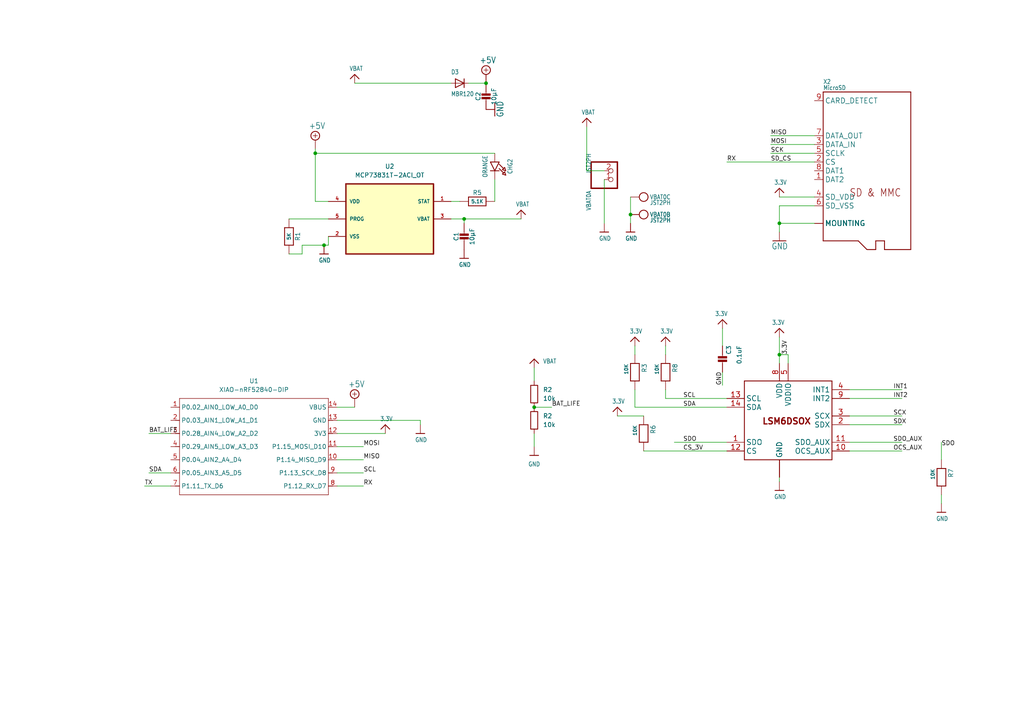
<source format=kicad_sch>
(kicad_sch (version 20250114) (generator "eeschema") (generator_version "9.0")
  (paper "A4")
  (lib_symbols
    (symbol "Adafruit LIPoly Charger BFF-eagle-import:+5V" (power)
      (symbol "+5V_1_0"
        (polyline (pts (xy -0.635 1.27) (xy 0.635 1.27)) (stroke (width 0.1524)))
        (circle (center 0 1.27) (radius 1.27) (stroke (width 0.254)))
        (polyline (pts (xy 0 0.635) (xy 0 1.905)) (stroke (width 0.1524)))
        (pin power_in line (at 0 -2.54 90) (length 2.54) (name "+5V") (number "1"))
      )
    )
    (symbol "Adafruit LIPoly Charger BFF-eagle-import:CAP_CERAMIC0805-NOOUTLINE"
      (property "Reference" "C" (at -2.29 1.25 90))
      (symbol "CAP_CERAMIC0805-NOOUTLINE_1_0"
        (rectangle (start -1.27 1.524) (end 1.27 2.032) (fill (type outline)))
        (rectangle (start -1.27 0.508) (end 1.27 1.016) (fill (type outline)))
        (polyline (pts (xy 0 2.54) (xy 0 1.778)) (stroke (width 0.1524)))
        (polyline (pts (xy 0 0.762) (xy 0 0)) (stroke (width 0.1524)))
        (pin passive line (at 0 5.08 270) (length 2.54) (name "1") (number "1"))
        (pin passive line (at 0 -2.54 90) (length 2.54) (name "2") (number "2"))
      )
    )
    (symbol "Adafruit LIPoly Charger BFF-eagle-import:DIODE_SOD-123FL"
      (property "Reference" "D" (at -2.54 2.54 0))
      (symbol "DIODE_SOD-123FL_1_0"
        (polyline (pts (xy -1.27 1.27) (xy -1.27 -1.27)) (stroke (width 0.254)))
        (polyline (pts (xy -1.27 -1.27) (xy 1.27 0)) (stroke (width 0.254)))
        (polyline (pts (xy 1.27 1.27) (xy 1.27 0)) (stroke (width 0.254)))
        (polyline (pts (xy 1.27 0) (xy -1.27 1.27)) (stroke (width 0.254)))
        (polyline (pts (xy 1.27 0) (xy 1.27 -1.27)) (stroke (width 0.254)))
        (pin passive line (at -2.54 0 0) (length 2.54) (name "A") (number "A"))
        (pin passive line (at 2.54 0 180) (length 2.54) (name "C") (number "C"))
      )
    )
    (symbol "Adafruit LIPoly Charger BFF-eagle-import:GND" (power)
      (symbol "GND_1_0"
        (polyline (pts (xy -1.27 0) (xy 1.27 0)) (stroke (width 0.254)))
        (pin power_in line (at 0 2.54 270) (length 2.54) (name "GND") (number "1"))
      )
    )
    (symbol "Adafruit LIPoly Charger BFF-eagle-import:LED0603_NOOUTLINE"
      (property "Reference" "D" (at -1.27 4.445 0))
      (symbol "LED0603_NOOUTLINE_1_0"
        (polyline (pts (xy -2.54 1.27) (xy -2.54 -1.27)) (stroke (width 0.254)))
        (polyline (pts (xy -2.54 -1.27) (xy 0 0)) (stroke (width 0.254)))
        (polyline (pts (xy -1.905 1.27) (xy -0.635 2.54)) (stroke (width 0.254)))
        (polyline (pts (xy -0.9525 2.8575) (xy -0.3175 2.2225)) (stroke (width 0.254)))
        (polyline (pts (xy -0.635 1.27) (xy 0.635 2.54)) (stroke (width 0.254)))
        (polyline (pts (xy -0.3175 2.2225) (xy 0 3.175)) (stroke (width 0.254)))
        (polyline (pts (xy 0 3.175) (xy -0.9525 2.8575)) (stroke (width 0.254)))
        (polyline (pts (xy 0 1.27) (xy 0 0)) (stroke (width 0.254)))
        (polyline (pts (xy 0 0) (xy -2.54 1.27)) (stroke (width 0.254)))
        (polyline (pts (xy 0 0) (xy 0 -1.27)) (stroke (width 0.254)))
        (polyline (pts (xy 0.3175 2.8575) (xy 0.9525 2.2225)) (stroke (width 0.254)))
        (polyline (pts (xy 0.9525 2.2225) (xy 1.27 3.175)) (stroke (width 0.254)))
        (polyline (pts (xy 1.27 3.175) (xy 0.3175 2.8575)) (stroke (width 0.254)))
        (pin passive line (at -5.08 0 0) (length 2.54) (name "A") (number "A"))
        (pin passive line (at 2.54 0 180) (length 2.54) (name "C") (number "C"))
      )
    )
    (symbol "Adafruit LIPoly Charger BFF-eagle-import:RESISTOR_0603_NOOUT"
      (property "Reference" "R" (at 0 2.54 0))
      (symbol "RESISTOR_0603_NOOUT_1_0"
        (polyline (pts (xy -2.54 1.27) (xy 2.54 1.27)) (stroke (width 0.254)))
        (polyline (pts (xy -2.54 -1.27) (xy -2.54 1.27)) (stroke (width 0.254)))
        (polyline (pts (xy 2.54 1.27) (xy 2.54 -1.27)) (stroke (width 0.254)))
        (polyline (pts (xy 2.54 -1.27) (xy -2.54 -1.27)) (stroke (width 0.254)))
        (pin passive line (at -5.08 0 0) (length 2.54) (name "1") (number "1"))
        (pin passive line (at 5.08 0 180) (length 2.54) (name "2") (number "2"))
      )
    )
    (symbol "Adafruit LIPoly Charger BFF-eagle-import:VBAT" (power)
      (symbol "VBAT_1_0"
        (polyline (pts (xy -1.27 -1.27) (xy 0 0)) (stroke (width 0.254)))
        (polyline (pts (xy 0 0) (xy 1.27 -1.27)) (stroke (width 0.254)))
        (pin power_in line (at 0 -2.54 90) (length 2.54) (name "VBAT") (number "1"))
      )
    )
    (symbol "Adafruit LIPoly Charger BFF-eagle-import:supply1_371_GND" (power)
      (symbol "supply1_371_GND_1_0"
        (polyline (pts (xy -1.905 0) (xy 1.905 0)) (stroke (width 0.254)))
        (pin power_in line (at 0 2.54 270) (length 2.54) (name "GND") (number "1"))
      )
    )
    (symbol "Adafruit bq25185 with 3.3V Output-eagle-import:CAP_CERAMIC0805-NOOUTLINE"
      (property "Reference" "C" (at -2.29 1.25 90))
      (symbol "CAP_CERAMIC0805-NOOUTLINE_1_0"
        (rectangle (start -1.27 1.524) (end 1.27 2.032) (fill (type outline)))
        (rectangle (start -1.27 0.508) (end 1.27 1.016) (fill (type outline)))
        (polyline (pts (xy 0 2.54) (xy 0 1.778)) (stroke (width 0.1524)))
        (polyline (pts (xy 0 0.762) (xy 0 0)) (stroke (width 0.1524)))
        (pin passive line (at 0 5.08 270) (length 2.54) (name "1") (number "1"))
        (pin passive line (at 0 -2.54 90) (length 2.54) (name "2") (number "2"))
      )
    )
    (symbol "Adafruit bq25185 with 3.3V Output-eagle-import:CON_JST_PH_2PIN_MT_BATT"
      (property "Reference" "X" (at 0 5.588 90))
      (symbol "CON_JST_PH_2PIN_MT_BATT_1_0"
        (polyline (pts (xy -6.35 5.08) (xy -6.35 -2.54)) (stroke (width 0.4064)))
        (polyline (pts (xy -6.35 -2.54) (xy 1.27 -2.54)) (stroke (width 0.4064)))
        (polyline (pts (xy 1.27 5.08) (xy -6.35 5.08)) (stroke (width 0.4064)))
        (polyline (pts (xy 1.27 -2.54) (xy 1.27 5.08)) (stroke (width 0.4064)))
        (pin passive inverted (at -2.54 2.54 0) (length 2.54) (name "1") (number "1"))
        (pin passive inverted (at -2.54 0 0) (length 2.54) (name "2") (number "2"))
      )
      (symbol "CON_JST_PH_2PIN_MT_BATT_2_0"
        (circle (center 0 3.81) (radius 1.27) (stroke (width 0.254)))
        (pin bidirectional line (at 0 0 90) (length 2.54) (name "P$1") (number "NC1"))
      )
      (symbol "CON_JST_PH_2PIN_MT_BATT_3_0"
        (circle (center 0 3.81) (radius 1.27) (stroke (width 0.254)))
        (pin bidirectional line (at 0 0 90) (length 2.54) (name "P$1") (number "NC2"))
      )
    )
    (symbol "Adafruit bq25185 with 3.3V Output-eagle-import:GND" (power)
      (symbol "GND_1_0"
        (polyline (pts (xy -1.27 0) (xy 1.27 0)) (stroke (width 0.254)))
        (pin power_in line (at 0 2.54 270) (length 2.54) (name "GND") (number "1"))
      )
    )
    (symbol "Adafruit bq25185 with 3.3V Output-eagle-import:RESISTOR_0402NO"
      (property "Reference" "R" (at 0 2.54 0))
      (symbol "RESISTOR_0402NO_1_0"
        (polyline (pts (xy -2.54 1.27) (xy 2.54 1.27)) (stroke (width 0.254)))
        (polyline (pts (xy -2.54 -1.27) (xy -2.54 1.27)) (stroke (width 0.254)))
        (polyline (pts (xy 2.54 1.27) (xy 2.54 -1.27)) (stroke (width 0.254)))
        (polyline (pts (xy 2.54 -1.27) (xy -2.54 -1.27)) (stroke (width 0.254)))
        (pin passive line (at -5.08 0 0) (length 2.54) (name "1") (number "1"))
        (pin passive line (at 5.08 0 180) (length 2.54) (name "2") (number "2"))
      )
    )
    (symbol "Adafruit bq25185 with 3.3V Output-eagle-import:VBAT" (power)
      (symbol "VBAT_1_0"
        (polyline (pts (xy -1.27 -1.27) (xy 0 0)) (stroke (width 0.254)))
        (polyline (pts (xy 0 0) (xy 1.27 -1.27)) (stroke (width 0.254)))
        (pin power_in line (at 0 -2.54 90) (length 2.54) (name "VBAT") (number "1"))
      )
    )
    (symbol "Adafruit microSD BFF-eagle-import:3.3V" (power)
      (symbol "3.3V_1_0"
        (polyline (pts (xy -1.27 -1.27) (xy 0 0)) (stroke (width 0.254)))
        (polyline (pts (xy 0 0) (xy 1.27 -1.27)) (stroke (width 0.254)))
        (pin power_in line (at 0 -2.54 90) (length 2.54) (name "3.3V") (number "1"))
      )
    )
    (symbol "Adafruit microSD BFF-eagle-import:GND" (power)
      (symbol "GND_1_0"
        (polyline (pts (xy -1.905 0) (xy 1.905 0)) (stroke (width 0.254)))
        (pin power_in line (at 0 2.54 270) (length 2.54) (name "GND") (number "1"))
      )
    )
    (symbol "Adafruit microSD BFF-eagle-import:MICROSD104031-0811"
      (property "Reference" "X" (at -12.7 22.606 0))
      (symbol "MICROSD104031-0811_1_0"
        (polyline (pts (xy -12.7 20.32) (xy -12.7 -22.86)) (stroke (width 0.254)))
        (polyline (pts (xy -12.7 -22.86) (xy -2.54 -22.86)) (stroke (width 0.254)))
        (polyline (pts (xy -2.54 -22.86) (xy 0 -25.4)) (stroke (width 0.254)))
        (polyline (pts (xy 0 -25.4) (xy 2.54 -25.4)) (stroke (width 0.254)))
        (polyline (pts (xy 2.54 -22.86) (xy 5.08 -22.86)) (stroke (width 0.254)))
        (polyline (pts (xy 2.54 -25.4) (xy 2.54 -22.86)) (stroke (width 0.254)))
        (polyline (pts (xy 5.08 -22.86) (xy 5.08 -25.4)) (stroke (width 0.254)))
        (polyline (pts (xy 5.08 -25.4) (xy 12.7 -25.4)) (stroke (width 0.254)))
        (polyline (pts (xy 12.7 20.32) (xy -12.7 20.32)) (stroke (width 0.254)))
        (polyline (pts (xy 12.7 -25.4) (xy 12.7 20.32)) (stroke (width 0.254)))
        (text "SD & MMC" (at -5.08 -10.16 0) (effects (font (size 2.1844 1.8567)) (justify left bottom)))
        (pin passive line (at -15.24 17.78 0) (length 2.54) (name "CARD_DETECT") (number "9"))
        (pin output line (at -15.24 7.62 0) (length 2.54) (name "DATA_OUT") (number "7"))
        (pin input line (at -15.24 5.08 0) (length 2.54) (name "DATA_IN") (number "3"))
        (pin input line (at -15.24 2.54 0) (length 2.54) (name "SCLK") (number "5"))
        (pin input line (at -15.24 0 0) (length 2.54) (name "CS") (number "2"))
        (pin bidirectional line (at -15.24 -2.54 0) (length 2.54) (name "DAT1") (number "8"))
        (pin bidirectional line (at -15.24 -5.08 0) (length 2.54) (name "DAT2") (number "1"))
        (pin power_in line (at -15.24 -10.16 0) (length 2.54) (name "SD_VDD") (number "4"))
        (pin power_in line (at -15.24 -12.7 0) (length 2.54) (name "SD_VSS") (number "6"))
        (pin passive line (at -15.24 -17.78 0) (length 2.54) (name "MOUNTING") (number "10"))
        (pin passive line (at -15.24 -17.78 0) (length 2.54) (name "MOUNTING") (number "G1"))
        (pin passive line (at -15.24 -17.78 0) (length 2.54) (name "MOUNTING") (number "G2"))
        (pin passive line (at -15.24 -17.78 0) (length 2.54) (name "MOUNTING") (number "G3"))
        (pin passive line (at -15.24 -17.78 0) (length 2.54) (name "MOUNTING") (number "G4"))
      )
    )
    (symbol "Adafruit_LSM6DSOX-eagle-import:3.3V" (power)
      (symbol "3.3V_1_0"
        (polyline (pts (xy -1.27 -1.27) (xy 0 0)) (stroke (width 0.254)))
        (polyline (pts (xy 0 0) (xy 1.27 -1.27)) (stroke (width 0.254)))
        (pin power_in line (at 0 -2.54 90) (length 2.54) (name "3.3V") (number "1"))
      )
    )
    (symbol "Adafruit_LSM6DSOX-eagle-import:GND" (power)
      (symbol "GND_1_0"
        (polyline (pts (xy -1.27 0) (xy 1.27 0)) (stroke (width 0.254)))
        (pin power_in line (at 0 2.54 270) (length 2.54) (name "GND") (number "1"))
      )
    )
    (symbol "Adafruit_LSM6DSOX-eagle-import:LSM6DSOX"
      (symbol "LSM6DSOX_1_0"
        (polyline (pts (xy -10.16 10.16) (xy 15.24 10.16)) (stroke (width 0.254)))
        (polyline (pts (xy -10.16 -12.7) (xy -10.16 10.16)) (stroke (width 0.254)))
        (polyline (pts (xy 15.24 10.16) (xy 15.24 -12.7)) (stroke (width 0.254)))
        (polyline (pts (xy 15.24 -12.7) (xy -10.16 -12.7)) (stroke (width 0.254)))
        (text "LSM6DSOX" (at -5.08 -2.54 0) (effects (font (size 1.778 1.778) (thickness 0.3556) (bold yes)) (justify left bottom)))
        (pin bidirectional line (at -15.24 5.08 0) (length 5.08) (name "SCL") (number "13"))
        (pin bidirectional line (at -15.24 2.54 0) (length 5.08) (name "SDA") (number "14"))
        (pin bidirectional line (at -15.24 -7.62 0) (length 5.08) (name "SDO") (number "1"))
        (pin bidirectional line (at -15.24 -10.16 0) (length 5.08) (name "CS") (number "12"))
        (pin power_in line (at 0 15.24 270) (length 5.08) (name "VDD") (number "8"))
        (pin power_in line (at 0 -17.78 90) (length 5.08) (name "GND") (number "6"))
        (pin power_in line (at 0 -17.78 90) (length 5.08) (name "GND") (number "7"))
        (pin power_in line (at 2.54 15.24 270) (length 5.08) (name "VDDIO") (number "5"))
        (pin bidirectional line (at 20.32 7.62 180) (length 5.08) (name "INT1") (number "4"))
        (pin bidirectional line (at 20.32 5.08 180) (length 5.08) (name "INT2") (number "9"))
        (pin bidirectional line (at 20.32 0 180) (length 5.08) (name "SCX") (number "3"))
        (pin bidirectional line (at 20.32 -2.54 180) (length 5.08) (name "SDX") (number "2"))
        (pin bidirectional line (at 20.32 -7.62 180) (length 5.08) (name "SDO_AUX") (number "11"))
        (pin bidirectional line (at 20.32 -10.16 180) (length 5.08) (name "OCS_AUX") (number "10"))
      )
    )
    (symbol "Device:R" (pin_numbers (hide yes)) (pin_names (offset 0))
      (property "Reference" "R" (at 2.032 0 90))
      (property "Value" "R" (at 0 0 90))
      (symbol "R_0_1"
        (rectangle (start -1.016 -2.54) (end 1.016 2.54) (stroke (width 0.254)))
      )
      (symbol "R_1_1"
        (pin passive line (at 0 3.81 270) (length 1.27) (name "~") (number "1"))
        (pin passive line (at 0 -3.81 90) (length 1.27) (name "~") (number "2"))
      )
    )
    (symbol "MCP73831T-2ACI_OT:MCP73831T-2ACI_OT" (pin_names (offset 1.016))
      (property "Reference" "U" (at -4.1227 10.0778 0))
      (property "Value" "MCP73831T-2ACI_OT" (at -5.9526 -17.1963 0))
      (symbol "MCP73831T-2ACI_OT_0_0"
        (rectangle (start -12.7 -12.7) (end 12.7 7.62) (stroke (width 0.4064)) (fill (type background)))
        (pin power_in line (at -17.78 2.54 0) (length 5.08) (name "VDD") (number "4"))
        (pin input line (at -17.78 -2.54 0) (length 5.08) (name "PROG") (number "5"))
        (pin power_in line (at -17.78 -7.62 0) (length 5.08) (name "VSS") (number "2"))
        (pin output line (at 17.78 2.54 180) (length 5.08) (name "STAT") (number "1"))
        (pin output line (at 17.78 -2.54 180) (length 5.08) (name "VBAT") (number "3"))
      )
    )
    (symbol "Seeed_Studio_XIAO_Series:XIAO-nRF52840-DIP"
      (property "Reference" "U" (at -3.048 1.778 0))
      (property "Value" "XIAO-nRF52840-DIP" (at 3.048 -0.254 0))
      (symbol "XIAO-nRF52840-DIP_1_0"
        (polyline (pts (xy -3.81 -1.27) (xy 39.37 -1.27)) (stroke (width 0.1524)))
        (polyline (pts (xy -3.81 -3.81) (xy -5.08 -3.81)) (stroke (width 0.1524)))
        (polyline (pts (xy -3.81 -3.81) (xy -3.81 -1.27)) (stroke (width 0.1524)))
        (polyline (pts (xy -3.81 -7.62) (xy -5.08 -7.62)) (stroke (width 0.1524)))
        (polyline (pts (xy -3.81 -7.62) (xy -3.81 -3.81)) (stroke (width 0.1524)))
        (polyline (pts (xy -3.81 -11.43) (xy -5.08 -11.43)) (stroke (width 0.1524)))
        (polyline (pts (xy -3.81 -11.43) (xy -3.81 -7.62)) (stroke (width 0.1524)))
        (polyline (pts (xy -3.81 -15.24) (xy -5.08 -15.24)) (stroke (width 0.1524)))
        (polyline (pts (xy -3.81 -15.24) (xy -3.81 -11.43)) (stroke (width 0.1524)))
        (polyline (pts (xy -3.81 -19.05) (xy -5.08 -19.05)) (stroke (width 0.1524)))
        (polyline (pts (xy -3.81 -22.86) (xy -5.08 -22.86)) (stroke (width 0.1524)))
        (polyline (pts (xy -3.81 -26.67) (xy -5.08 -26.67)) (stroke (width 0.1524)))
        (polyline (pts (xy -3.81 -29.21) (xy -3.81 -15.24)) (stroke (width 0.1524)))
        (polyline (pts (xy 39.37 -1.27) (xy 39.37 -3.81)) (stroke (width 0.1524)))
        (polyline (pts (xy 39.37 -3.81) (xy 39.37 -7.62)) (stroke (width 0.1524)))
        (polyline (pts (xy 39.37 -7.62) (xy 39.37 -11.43)) (stroke (width 0.1524)))
        (polyline (pts (xy 39.37 -11.43) (xy 39.37 -29.21)) (stroke (width 0.1524)))
        (polyline (pts (xy 39.37 -29.21) (xy -3.81 -29.21)) (stroke (width 0.1524)))
        (polyline (pts (xy 40.64 -3.81) (xy 39.37 -3.81)) (stroke (width 0.1524)))
        (polyline (pts (xy 40.64 -7.62) (xy 39.37 -7.62)) (stroke (width 0.1524)))
        (polyline (pts (xy 40.64 -11.43) (xy 39.37 -11.43)) (stroke (width 0.1524)))
        (polyline (pts (xy 40.64 -15.24) (xy 39.37 -15.24)) (stroke (width 0.1524)))
        (polyline (pts (xy 40.64 -19.05) (xy 39.37 -19.05)) (stroke (width 0.1524)))
        (polyline (pts (xy 40.64 -22.86) (xy 39.37 -22.86)) (stroke (width 0.1524)))
        (polyline (pts (xy 40.64 -26.67) (xy 39.37 -26.67)) (stroke (width 0.1524)))
        (pin passive line (at -6.35 -3.81 0) (length 2.54) (name "P0.02_AIN0_LOW_A0_D0") (number "1"))
        (pin passive line (at -6.35 -7.62 0) (length 2.54) (name "P0.03_AIN1_LOW_A1_D1") (number "2"))
        (pin passive line (at -6.35 -11.43 0) (length 2.54) (name "P0.28_AIN4_LOW_A2_D2") (number "3"))
        (pin passive line (at -6.35 -15.24 0) (length 2.54) (name "P0.29_AIN5_LOW_A3_D3") (number "4"))
        (pin passive line (at -6.35 -19.05 0) (length 2.54) (name "P0.04_AIN2_A4_D4") (number "5"))
        (pin passive line (at -6.35 -22.86 0) (length 2.54) (name "P0.05_AIN3_A5_D5") (number "6"))
        (pin passive line (at -6.35 -26.67 0) (length 2.54) (name "P1.11_TX_D6") (number "7"))
        (pin passive line (at 41.91 -3.81 180) (length 2.54) (name "VBUS") (number "14"))
        (pin passive line (at 41.91 -7.62 180) (length 2.54) (name "GND") (number "13"))
        (pin passive line (at 41.91 -11.43 180) (length 2.54) (name "3V3") (number "12"))
        (pin passive line (at 41.91 -15.24 180) (length 2.54) (name "P1.15_MOSI_D10") (number "11"))
        (pin passive line (at 41.91 -19.05 180) (length 2.54) (name "P1.14_MISO_D9") (number "10"))
        (pin passive line (at 41.91 -22.86 180) (length 2.54) (name "P1.13_SCK_D8") (number "9"))
        (pin passive line (at 41.91 -26.67 180) (length 2.54) (name "P1.12_RX_D7") (number "8"))
      )
    )
    (symbol "Xiaopinoutplus-eagle-import:3.3V" (power)
      (symbol "3.3V_1_0"
        (polyline (pts (xy -1.27 -1.27) (xy 0 0)) (stroke (width 0.254)))
        (polyline (pts (xy 0 0) (xy 1.27 -1.27)) (stroke (width 0.254)))
        (pin power_in line (at 0 -2.54 90) (length 2.54) (name "3.3V") (number "1"))
      )
    )
    (symbol "Xiaopinoutplus-eagle-import:GND" (power)
      (symbol "GND_1_0"
        (polyline (pts (xy -1.27 0) (xy 1.27 0)) (stroke (width 0.254)))
        (pin power_in line (at 0 2.54 270) (length 2.54) (name "GND") (number "1"))
      )
    )
    (symbol "Xiaopinoutplus-eagle-import:VBAT" (power)
      (symbol "VBAT_1_0"
        (polyline (pts (xy -1.27 -1.27) (xy 0 0)) (stroke (width 0.254)))
        (polyline (pts (xy 0 0) (xy 1.27 -1.27)) (stroke (width 0.254)))
        (pin power_in line (at 0 -2.54 90) (length 2.54) (name "VBAT") (number "1"))
      )
    )
  )
  (junction (at 154.94 118.11))
  (junction (at 182.88 62.23))
  (junction (at 226.06 102.87))
  (junction (at 93.98 71.12))
  (junction (at 226.06 64.77))
  (junction (at 134.62 63.5))
  (junction (at 140.97 24.13))
  (junction (at 91.44 44.45))
  (wire (pts (xy 91.44 44.45) (xy 91.44 58.42)))
  (wire (pts (xy 193.04 115.57) (xy 210.82 115.57)) (stroke (width 0.1524)))
  (wire (pts (xy 154.94 125.73) (xy 154.94 129.54)))
  (wire (pts (xy 41.91 140.97) (xy 49.53 140.97)))
  (wire (pts (xy 226.06 59.69) (xy 226.06 64.77)) (stroke (width 0.1524)))
  (wire (pts (xy 273.05 128.27) (xy 273.05 133.35)) (stroke (width 0.1524)))
  (wire (pts (xy 97.79 129.54) (xy 105.41 129.54)))
  (wire (pts (xy 175.26 49.53) (xy 170.18 49.53)) (stroke (width 0.1524)))
  (wire (pts (xy 43.18 125.73) (xy 49.53 125.73)))
  (wire (pts (xy 246.38 113.03) (xy 261.62 113.03)) (stroke (width 0.1524)))
  (wire (pts (xy 209.55 95.25) (xy 209.55 100.33)) (stroke (width 0.1524)))
  (wire (pts (xy 246.38 115.57) (xy 261.62 115.57)) (stroke (width 0.1524)))
  (wire (pts (xy 97.79 137.16) (xy 105.41 137.16)))
  (wire (pts (xy 193.04 100.33) (xy 193.04 102.87)))
  (wire (pts (xy 236.22 57.15) (xy 226.06 57.15)) (stroke (width 0.1524)))
  (wire (pts (xy 95.25 63.5) (xy 83.82 63.5)))
  (wire (pts (xy 223.52 41.91) (xy 236.22 41.91)) (stroke (width 0.1524)))
  (wire (pts (xy 135.89 24.13) (xy 140.97 24.13)) (stroke (width 0.1524)))
  (wire (pts (xy 134.62 63.5) (xy 134.62 64.77)))
  (wire (pts (xy 193.04 115.57) (xy 193.04 113.03)) (stroke (width 0.1524)))
  (wire (pts (xy 43.18 137.16) (xy 49.53 137.16)))
  (wire (pts (xy 93.98 71.12) (xy 95.25 71.12)))
  (wire (pts (xy 246.38 130.81) (xy 261.62 130.81)) (stroke (width 0.1524)))
  (wire (pts (xy 226.06 64.77) (xy 226.06 67.31)) (stroke (width 0.1524)))
  (wire (pts (xy 226.06 64.77) (xy 236.22 64.77)) (stroke (width 0.1524)))
  (wire (pts (xy 143.51 44.45) (xy 91.44 44.45)))
  (wire (pts (xy 97.79 125.73) (xy 111.76 125.73)))
  (wire (pts (xy 273.05 146.05) (xy 273.05 143.51)) (stroke (width 0.1524)))
  (wire (pts (xy 226.06 102.87) (xy 226.06 97.79)) (stroke (width 0.1524)))
  (wire (pts (xy 97.79 140.97) (xy 105.41 140.97)))
  (wire (pts (xy 87.63 73.66) (xy 87.63 71.12)))
  (wire (pts (xy 91.44 43.18) (xy 91.44 44.45)))
  (wire (pts (xy 154.94 106.68) (xy 154.94 110.49)))
  (wire (pts (xy 182.88 62.23) (xy 182.88 64.77)) (stroke (width 0.1524)))
  (wire (pts (xy 236.22 59.69) (xy 226.06 59.69)) (stroke (width 0.1524)))
  (wire (pts (xy 121.92 121.92) (xy 121.92 123.19)))
  (wire (pts (xy 102.87 24.13) (xy 130.81 24.13)) (stroke (width 0.1524)))
  (wire (pts (xy 226.06 138.43) (xy 226.06 139.7)))
  (wire (pts (xy 226.06 105.41) (xy 226.06 102.87)) (stroke (width 0.1524)))
  (wire (pts (xy 182.88 57.15) (xy 182.88 62.23)) (stroke (width 0.1524)))
  (wire (pts (xy 210.82 128.27) (xy 195.58 128.27)) (stroke (width 0.1524)))
  (wire (pts (xy 228.6 105.41) (xy 228.6 102.87)) (stroke (width 0.1524)))
  (wire (pts (xy 236.22 39.37) (xy 223.52 39.37)) (stroke (width 0.1524)))
  (wire (pts (xy 130.81 63.5) (xy 134.62 63.5)))
  (wire (pts (xy 154.94 118.11) (xy 160.02 118.11)))
  (wire (pts (xy 246.38 120.65) (xy 261.62 120.65)) (stroke (width 0.1524)))
  (wire (pts (xy 95.25 58.42) (xy 91.44 58.42)))
  (wire (pts (xy 134.62 63.5) (xy 151.13 63.5)))
  (wire (pts (xy 130.81 58.42) (xy 133.35 58.42)))
  (wire (pts (xy 95.25 68.58) (xy 95.25 71.12)))
  (wire (pts (xy 175.26 52.07) (xy 175.26 64.77)) (stroke (width 0.1524)))
  (wire (pts (xy 97.79 121.92) (xy 121.92 121.92)))
  (wire (pts (xy 186.69 130.81) (xy 210.82 130.81)) (stroke (width 0.1524)))
  (wire (pts (xy 143.51 58.42) (xy 143.51 52.07)))
  (wire (pts (xy 210.82 46.99) (xy 236.22 46.99)) (stroke (width 0.1524)))
  (wire (pts (xy 179.07 120.65) (xy 186.69 120.65)))
  (wire (pts (xy 228.6 102.87) (xy 226.06 102.87)) (stroke (width 0.1524)))
  (wire (pts (xy 83.82 73.66) (xy 87.63 73.66)))
  (wire (pts (xy 97.79 133.35) (xy 105.41 133.35)))
  (wire (pts (xy 184.15 118.11) (xy 184.15 113.03)) (stroke (width 0.1524)))
  (wire (pts (xy 184.15 118.11) (xy 210.82 118.11)) (stroke (width 0.1524)))
  (wire (pts (xy 97.79 118.11) (xy 102.87 118.11)))
  (wire (pts (xy 184.15 100.33) (xy 184.15 102.87)))
  (wire (pts (xy 87.63 71.12) (xy 93.98 71.12)))
  (wire (pts (xy 246.38 123.19) (xy 261.62 123.19)) (stroke (width 0.1524)))
  (wire (pts (xy 236.22 44.45) (xy 223.52 44.45)) (stroke (width 0.1524)))
  (wire (pts (xy 246.38 128.27) (xy 261.62 128.27)) (stroke (width 0.1524)))
  (wire (pts (xy 209.55 107.95) (xy 209.55 111.76)))
  (wire (pts (xy 170.18 49.53) (xy 170.18 36.83)) (stroke (width 0.1524)))
  (label "SDA" (at 43.18 137.16 0))
  (label "BAT_LIFE" (at 43.18 125.73 0))
  (label "RX" (at 105.41 140.97 0))
  (label "3.3V" (at 228.6 102.87 90) (effects (font (size 1.2446 1.2446))))
  (label "SD_CS" (at 223.52 46.99 0) (effects (font (size 1.2446 1.2446))))
  (label "SCL" (at 198.12 115.57 0) (effects (font (size 1.2446 1.2446))))
  (label "TX" (at 41.91 140.97 0))
  (label "SCK" (at 223.52 44.45 0) (effects (font (size 1.2446 1.2446))))
  (label "SDO" (at 198.12 128.27 0) (effects (font (size 1.2446 1.2446))))
  (label "SDA" (at 198.12 118.11 0) (effects (font (size 1.2446 1.2446))))
  (label "MISO" (at 223.52 39.37 0) (effects (font (size 1.2446 1.2446))))
  (label "MOSI" (at 105.41 129.54 0))
  (label "OCS_AUX" (at 259.08 130.81 0) (effects (font (size 1.2446 1.2446))))
  (label "GND" (at 209.55 111.76 90) (effects (font (size 1.2446 1.2446))))
  (label "SDO_AUX" (at 259.08 128.27 0) (effects (font (size 1.2446 1.2446))))
  (label "BAT_LIFE" (at 160.02 118.11 0))
  (label "INT1" (at 259.08 113.03 0) (effects (font (size 1.2446 1.2446))))
  (label "RX" (at 210.82 46.99 0))
  (label "SCL" (at 105.41 137.16 0))
  (label "MOSI" (at 223.52 41.91 0) (effects (font (size 1.2446 1.2446))))
  (label "SDO" (at 273.05 129.54 0) (effects (font (size 1.2446 1.2446))))
  (label "MISO" (at 105.41 133.35 0))
  (label "SDX" (at 259.08 123.19 0) (effects (font (size 1.2446 1.2446))))
  (label "CS_3V" (at 198.12 130.81 0) (effects (font (size 1.2446 1.2446))))
  (label "INT2" (at 259.08 115.57 0) (effects (font (size 1.2446 1.2446))))
  (label "SCX" (at 259.08 120.65 0) (effects (font (size 1.2446 1.2446))))
  (symbol (lib_id "Adafruit_LSM6DSOX-eagle-import:LSM6DSOX") (at 226.06 120.65 0) (unit 1)
    (property "Reference" "U$2" (effects (hide yes)))
    (property "Value" "LSM6DSOX" (effects (hide yes)))
    (property "Footprint" "Adafruit bq25185 with 3.3V Output:LGA-14L" (effects (hide yes)))
  )
  (symbol (lib_id "Adafruit LIPoly Charger BFF-eagle-import:VBAT") (at 151.13 60.96 0) (unit 1)
    (property "Reference" "#U$05" (effects (hide yes)))
    (property "Value" "VBAT" (at 149.606 59.944 0) (effects (font (size 1.27 1.0795)) (justify left bottom)))
  )
  (symbol (lib_id "Adafruit LIPoly Charger BFF-eagle-import:GND") (at 226.06 142.24 0) (unit 1)
    (property "Reference" "#U$08" (effects (hide yes)))
    (property "Value" "GND" (at 224.536 144.78 0) (effects (font (size 1.27 1.0795)) (justify left bottom)))
  )
  (symbol (lib_id "Adafruit LIPoly Charger BFF-eagle-import:RESISTOR_0603_NOOUT") (at 83.82 68.58 270) (unit 1)
    (property "Reference" "R1" (at 86.36 68.58 0))
    (property "Value" "5K" (at 83.82 68.58 0) (effects (font (size 1.016 1.016) (thickness 0.2032) (bold yes))))
    (property "Footprint" "Adafruit bq25185 with 3.3V Output:0603-NO" (effects (hide yes)))
  )
  (symbol (lib_id "Adafruit microSD BFF-eagle-import:3.3V") (at 226.06 54.61 0) (unit 1)
    (property "Reference" "#U$1" (effects (hide yes)))
    (property "Value" "3.3V" (at 224.536 53.594 0) (effects (font (size 1.27 1.0795)) (justify left bottom)))
  )
  (symbol (lib_id "Adafruit LIPoly Charger BFF-eagle-import:GND") (at 93.98 73.66 0) (unit 1)
    (property "Reference" "#U$02" (effects (hide yes)))
    (property "Value" "GND" (at 92.456 76.2 0) (effects (font (size 1.27 1.0795)) (justify left bottom)))
  )
  (symbol (lib_id "Adafruit LIPoly Charger BFF-eagle-import:DIODE_SOD-123FL") (at 133.35 24.13 0) (unit 1)
    (property "Reference" "D3" (at 130.81 21.59 0) (effects (font (size 1.27 1.0795)) (justify left bottom)))
    (property "Value" "MBR120" (at 130.81 27.94 0) (effects (font (size 1.27 1.0795)) (justify left bottom)))
    (property "Footprint" "Adafruit bq25185 with 3.3V Output:SOD-123FL" (effects (hide yes)))
  )
  (symbol (lib_id "Xiaopinoutplus-eagle-import:3.3V") (at 184.15 97.79 0) (unit 1)
    (property "Reference" "#U$06" (effects (hide yes)))
    (property "Value" "3.3V" (at 182.626 96.774 0) (effects (font (size 1.27 1.0795)) (justify left bottom)))
    (property "Description" "3.3V Supply" (effects (hide yes)))
  )
  (symbol (lib_id "Seeed_Studio_XIAO_Series:XIAO-nRF52840-DIP") (at 55.88 114.3 0) (unit 1)
    (property "Reference" "U1" (at 73.66 110.49 0))
    (property "Value" "XIAO-nRF52840-DIP" (at 73.66 113.03 0))
    (property "Footprint" "Module:MOUDLE14P-XIAO-DIP-SMD" (effects (hide yes)))
  )
  (symbol (lib_id "Adafruit bq25185 with 3.3V Output-eagle-import:CON_JST_PH_2PIN_MT_BATT") (at 182.88 62.23 270) (unit 2)
    (property "Reference" "VBAT0" (at 188.468 62.23 90) (effects (font (size 1.27 1.0795)) (justify left)))
    (property "Value" "JST2PH" (at 188.468 63.881 90) (effects (font (size 1.27 1.0795)) (justify left)))
    (property "Footprint" "Adafruit bq25185 with 3.3V Output:JSTPH2_BATT" (effects (hide yes)))
  )
  (symbol (lib_id "Adafruit LIPoly Charger BFF-eagle-import:GND") (at 121.92 125.73 0) (unit 1)
    (property "Reference" "#U$010" (effects (hide yes)))
    (property "Value" "GND" (at 120.396 128.27 0) (effects (font (size 1.27 1.0795)) (justify left bottom)))
  )
  (symbol (lib_id "Adafruit LIPoly Charger BFF-eagle-import:CAP_CERAMIC0805-NOOUTLINE") (at 140.97 29.21 0) (unit 1)
    (property "Reference" "C2" (at 138.68 27.96 90))
    (property "Value" "10µF" (at 143.27 27.96 90))
    (property "Footprint" "Adafruit bq25185 with 3.3V Output:0805-NO" (effects (hide yes)))
  )
  (symbol (lib_id "Adafruit bq25185 with 3.3V Output-eagle-import:VBAT") (at 170.18 34.29 0) (unit 1)
    (property "Reference" "#U$55" (effects (hide yes)))
    (property "Value" "VBAT" (at 168.656 33.274 0) (effects (font (size 1.27 1.0795)) (justify left bottom)))
    (property "Description" "VBAT Supply Sumbol" (effects (hide yes)))
  )
  (symbol (lib_id "Adafruit LIPoly Charger BFF-eagle-import:supply1_371_GND") (at 143.51 31.75 90) (mirror x) (unit 1)
    (property "Reference" "#GND1" (effects (hide yes)))
    (property "Value" "GND" (at 146.05 29.21 0) (effects (font (size 1.778 1.5113)) (justify left bottom)))
  )
  (symbol (lib_id "Adafruit LIPoly Charger BFF-eagle-import:+5V") (at 102.87 115.57 0) (unit 1)
    (property "Reference" "#SUPPLY01" (effects (hide yes)))
    (property "Value" "+5V" (at 100.965 112.395 0) (effects (font (size 1.778 1.5113)) (justify left bottom)))
  )
  (symbol (lib_id "Adafruit microSD BFF-eagle-import:MICROSD104031-0811") (at 251.46 46.99 0) (unit 1)
    (property "Reference" "X2" (at 238.76 24.384 0) (effects (font (size 1.27 1.0795)) (justify left bottom)))
    (property "Value" "MicroSD" (at 238.76 26.162 0) (effects (font (size 1.27 1.0795)) (justify left bottom)))
    (property "Footprint" "Adafruit bq25185 with 3.3V Output:MOLEX_104031-0811" (effects (hide yes)))
  )
  (symbol (lib_id "Adafruit_LSM6DSOX-eagle-import:3.3V") (at 226.06 95.25 0) (mirror y) (unit 1)
    (property "Reference" "#U$4" (effects (hide yes)))
    (property "Value" "3.3V" (at 227.584 94.234 0) (effects (font (size 1.27 1.0795)) (justify left bottom)))
  )
  (symbol (lib_id "Adafruit bq25185 with 3.3V Output-eagle-import:GND") (at 175.26 67.31 0) (unit 1)
    (property "Reference" "#U$41" (effects (hide yes)))
    (property "Value" "GND" (at 173.736 69.85 0) (effects (font (size 1.27 1.0795)) (justify left bottom)))
    (property "Description" "GND" (effects (hide yes)))
  )
  (symbol (lib_id "Device:R") (at 154.94 121.92 0) (unit 1)
    (property "Reference" "R2" (at 157.48 120.6499 0) (effects (justify left)))
    (property "Value" "10k" (at 157.48 123.1899 0) (effects (justify left)))
    (property "Footprint" "Resistor_SMD:R_0603_1608Metric" (effects (hide yes)))
    (property "Description" "Resistor" (effects (hide yes)))
  )
  (symbol (lib_id "Adafruit bq25185 with 3.3V Output-eagle-import:RESISTOR_0402NO") (at 193.04 107.95 270) (unit 1)
    (property "Reference" "R8" (at 195.072 105.41 0) (effects (justify left bottom)))
    (property "Value" "10K" (at 189.865 105.41 0) (effects (font (size 1.016 1.016) (thickness 0.2032) (bold yes)) (justify left bottom)))
    (property "Footprint" "Adafruit bq25185 with 3.3V Output:_0402NO" (effects (hide yes)))
    (property "Description" "Resistors\n\nFor new designs, use the packages preceded by an '_' character since they are more reliable:\n\nThe following footprints should be used on most boards:\n\n• _0402 - Standard footprint for regular board layouts\n• _0603 - Standard footprint for regular board layouts\n• _0805 - Standard footprint for regular board layouts\n• _1206 - Standard footprint for regular board layouts\n\nFor extremely tight-pitch boards where space is at a premium, the following 'micro-pitch' footprints can be used (smaller pads, no silkscreen outline, etc.):\n\n• _0402MP - Micro-pitch footprint for very dense/compact boards\n• _0603MP - Micro-pitch footprint for very dense/compact boards\n• _0805MP - Micro-pitch footprint for very dense/compact boards\n• _1206MP - Micro-pitch footprint for very dense/compact boards" (effects (hide yes)))
  )
  (symbol (lib_id "Adafruit bq25185 with 3.3V Output-eagle-import:CON_JST_PH_2PIN_MT_BATT") (at 177.8 49.53 0) (mirror x) (unit 1)
    (property "Reference" "VBAT0" (at 171.45 55.245 90) (effects (font (size 1.27 1.0795)) (justify left bottom)))
    (property "Value" "JST2PH" (at 171.45 44.45 90) (effects (font (size 1.27 1.0795)) (justify left bottom)))
    (property "Footprint" "Adafruit bq25185 with 3.3V Output:JSTPH2_BATT" (effects (hide yes)))
  )
  (symbol (lib_id "Adafruit LIPoly Charger BFF-eagle-import:+5V") (at 91.44 40.64 0) (unit 1)
    (property "Reference" "#SUPPLY03" (effects (hide yes)))
    (property "Value" "+5V" (at 89.535 37.465 0) (effects (font (size 1.778 1.5113)) (justify left bottom)))
  )
  (symbol (lib_id "Adafruit LIPoly Charger BFF-eagle-import:+5V") (at 140.97 21.59 0) (unit 1)
    (property "Reference" "#SUPPLY2" (effects (hide yes)))
    (property "Value" "+5V" (at 139.065 18.415 0) (effects (font (size 1.778 1.5113)) (justify left bottom)))
  )
  (symbol (lib_id "Adafruit LIPoly Charger BFF-eagle-import:VBAT") (at 102.87 21.59 0) (unit 1)
    (property "Reference" "#U$03" (effects (hide yes)))
    (property "Value" "VBAT" (at 101.346 20.574 0) (effects (font (size 1.27 1.0795)) (justify left bottom)))
  )
  (symbol (lib_id "Adafruit microSD BFF-eagle-import:GND") (at 226.06 69.85 0) (mirror y) (unit 1)
    (property "Reference" "#GND02" (effects (hide yes)))
    (property "Value" "GND" (at 228.6 72.39 0) (effects (font (size 1.778 1.5113)) (justify left bottom)))
  )
  (symbol (lib_id "Adafruit bq25185 with 3.3V Output-eagle-import:RESISTOR_0402NO") (at 184.15 107.95 270) (unit 1)
    (property "Reference" "R3" (at 186.182 105.41 0) (effects (justify left bottom)))
    (property "Value" "10K" (at 180.975 105.41 0) (effects (font (size 1.016 1.016) (thickness 0.2032) (bold yes)) (justify left bottom)))
    (property "Footprint" "Adafruit bq25185 with 3.3V Output:_0402NO" (effects (hide yes)))
    (property "Description" "Resistors\n\nFor new designs, use the packages preceded by an '_' character since they are more reliable:\n\nThe following footprints should be used on most boards:\n\n• _0402 - Standard footprint for regular board layouts\n• _0603 - Standard footprint for regular board layouts\n• _0805 - Standard footprint for regular board layouts\n• _1206 - Standard footprint for regular board layouts\n\nFor extremely tight-pitch boards where space is at a premium, the following 'micro-pitch' footprints can be used (smaller pads, no silkscreen outline, etc.):\n\n• _0402MP - Micro-pitch footprint for very dense/compact boards\n• _0603MP - Micro-pitch footprint for very dense/compact boards\n• _0805MP - Micro-pitch footprint for very dense/compact boards\n• _1206MP - Micro-pitch footprint for very dense/compact boards" (effects (hide yes)))
  )
  (symbol (lib_id "Xiaopinoutplus-eagle-import:3.3V") (at 179.07 118.11 0) (unit 1)
    (property "Reference" "#U$01" (effects (hide yes)))
    (property "Value" "3.3V" (at 177.546 117.094 0) (effects (font (size 1.27 1.0795)) (justify left bottom)))
    (property "Description" "3.3V Supply" (effects (hide yes)))
  )
  (symbol (lib_id "Adafruit bq25185 with 3.3V Output-eagle-import:CAP_CERAMIC0805-NOOUTLINE") (at 209.55 105.41 0) (unit 1)
    (property "Reference" "C3" (at 212.09 102.87 90) (effects (justify left bottom)))
    (property "Value" "0.1uF" (at 215.138 105.664 90) (effects (justify left bottom)))
    (property "Footprint" "Adafruit bq25185 with 3.3V Output:0805-NO" (effects (hide yes)))
    (property "Description" "Ceramic Capacitors\n\nFor new designs, use the packages preceded by an '_' character since they are more reliable:\n\nThe following footprints should be used on most boards:\n\n• _0402 - Standard footprint for regular board layouts\n• _0603 - Standard footprint for regular board layouts\n• _0805 - Standard footprint for regular board layouts\n• _1206 - Standard footprint for regular board layouts\n\nFor extremely tight-pitch boards where space is at a premium, the following 'micro-pitch' footprints can be used (smaller pads, no silkscreen outline, etc.):\n\n• _0402MP - Micro-pitch footprint for very dense/compact boards\n• _0603MP - Micro-pitch footprint for very dense/compact boards\n• _0805MP - Micro-pitch footprint for very dense/compact boards\n• _1206MP - Micro-pitch footprint for very dense/compact boards" (effects (hide yes)))
  )
  (symbol (lib_id "Adafruit bq25185 with 3.3V Output-eagle-import:RESISTOR_0402NO") (at 273.05 138.43 270) (unit 1)
    (property "Reference" "R7" (at 275.082 135.89 0) (effects (justify left bottom)))
    (property "Value" "10K" (at 269.875 135.89 0) (effects (font (size 1.016 1.016) (thickness 0.2032) (bold yes)) (justify left bottom)))
    (property "Footprint" "Adafruit bq25185 with 3.3V Output:_0402NO" (effects (hide yes)))
    (property "Description" "Resistors\n\nFor new designs, use the packages preceded by an '_' character since they are more reliable:\n\nThe following footprints should be used on most boards:\n\n• _0402 - Standard footprint for regular board layouts\n• _0603 - Standard footprint for regular board layouts\n• _0805 - Standard footprint for regular board layouts\n• _1206 - Standard footprint for regular board layouts\n\nFor extremely tight-pitch boards where space is at a premium, the following 'micro-pitch' footprints can be used (smaller pads, no silkscreen outline, etc.):\n\n• _0402MP - Micro-pitch footprint for very dense/compact boards\n• _0603MP - Micro-pitch footprint for very dense/compact boards\n• _0805MP - Micro-pitch footprint for very dense/compact boards\n• _1206MP - Micro-pitch footprint for very dense/compact boards" (effects (hide yes)))
  )
  (symbol (lib_id "Adafruit LIPoly Charger BFF-eagle-import:GND") (at 134.62 74.93 0) (unit 1)
    (property "Reference" "#U$04" (effects (hide yes)))
    (property "Value" "GND" (at 133.096 77.47 0) (effects (font (size 1.27 1.0795)) (justify left bottom)))
  )
  (symbol (lib_id "MCP73831T-2ACI_OT:MCP73831T-2ACI_OT") (at 113.03 60.96 0) (unit 1)
    (property "Reference" "U2" (at 113.03 48.26 0))
    (property "Value" "MCP73831T-2ACI_OT" (at 113.03 50.8 0))
    (property "Footprint" "MCP73831T-2ACI_OT:SOT95P280X145-5N" (effects (hide yes)))
    (property "MF" "Microchip" (effects (hide yes)))
    (property "Description_1" "TINY INTEGRATED LI-ION/LI-POLY CHARGE MGNT CONTROLLER, 4.2V VREG | Microchip Technology Inc. MCP73831T-2ACI/OT" (effects (hide yes)))
    (property "PACKAGE" "SOT-5" (effects (hide yes)))
    (property "MPN" "MCP73831T-2ACI/OT" (effects (hide yes)))
    (property "Price" "None" (effects (hide yes)))
    (property "Package" "SOT-23 Microchip" (effects (hide yes)))
    (property "OC_FARNELL" "1332158" (effects (hide yes)))
    (property "SnapEDA_Link" "https://www.snapeda.com/parts/MCP73831T-2ACI/OT/Microchip+Technology/view-part/?ref=snap" (effects (hide yes)))
    (property "MP" "MCP73831T-2ACI/OT" (effects (hide yes)))
    (property "Purchase-URL" "https://www.snapeda.com/api/url_track_click_mouser/?unipart_id=53208&manufacturer=Microchip&part_name=MCP73831T-2ACI/OT&search_term=None" (effects (hide yes)))
    (property "SUPPLIER" "Microchip" (effects (hide yes)))
    (property "OC_NEWARK" "56K7045" (effects (hide yes)))
    (property "Availability" "In Stock" (effects (hide yes)))
    (property "Check_prices" "https://www.snapeda.com/parts/MCP73831T-2ACI/OT/Microchip+Technology/view-part/?ref=eda" (effects (hide yes)))
  )
  (symbol (lib_id "Adafruit LIPoly Charger BFF-eagle-import:LED0603_NOOUTLINE") (at 143.51 49.53 270) (unit 1)
    (property "Reference" "CHG2" (at 147.955 48.26 0) (effects (font (size 1.27 1.0795))))
    (property "Value" "ORANGE" (at 140.716 48.26 0) (effects (font (size 1.27 1.0795))))
    (property "Footprint" "Adafruit bq25185 with 3.3V Output:CHIPLED_0603_NOOUTLINE" (effects (hide yes)))
  )
  (symbol (lib_id "Adafruit_LSM6DSOX-eagle-import:3.3V") (at 209.55 92.71 0) (mirror y) (unit 1)
    (property "Reference" "#U$06" (effects (hide yes)))
    (property "Value" "3.3V" (at 211.074 91.694 0) (effects (font (size 1.27 1.0795)) (justify left bottom)))
  )
  (symbol (lib_id "Adafruit bq25185 with 3.3V Output-eagle-import:CON_JST_PH_2PIN_MT_BATT") (at 182.88 57.15 270) (unit 3)
    (property "Reference" "VBAT0" (at 188.468 57.15 90) (effects (font (size 1.27 1.0795)) (justify left)))
    (property "Value" "JST2PH" (at 188.468 58.801 90) (effects (font (size 1.27 1.0795)) (justify left)))
    (property "Footprint" "Adafruit bq25185 with 3.3V Output:JSTPH2_BATT" (effects (hide yes)))
  )
  (symbol (lib_id "Xiaopinoutplus-eagle-import:VBAT") (at 154.94 104.14 0) (unit 1)
    (property "Reference" "#0105" (effects (hide yes)))
    (property "Value" "VBAT" (at 157.48 104.7749 0) (effects (font (size 1.27 1.0795)) (justify left)))
    (property "Description" "VBAT Supply Sumbol" (effects (hide yes)))
  )
  (symbol (lib_id "Adafruit_LSM6DSOX-eagle-import:GND") (at 273.05 148.59 0) (unit 1)
    (property "Reference" "#U$20" (effects (hide yes)))
    (property "Value" "GND" (at 271.526 151.13 0) (effects (font (size 1.27 1.0795)) (justify left bottom)))
  )
  (symbol (lib_id "Xiaopinoutplus-eagle-import:3.3V") (at 193.04 97.79 0) (unit 1)
    (property "Reference" "#U$07" (effects (hide yes)))
    (property "Value" "3.3V" (at 191.516 96.774 0) (effects (font (size 1.27 1.0795)) (justify left bottom)))
    (property "Description" "3.3V Supply" (effects (hide yes)))
  )
  (symbol (lib_id "Adafruit LIPoly Charger BFF-eagle-import:RESISTOR_0603_NOOUT") (at 138.43 58.42 0) (unit 1)
    (property "Reference" "R5" (at 138.43 55.88 0))
    (property "Value" "5.1K" (at 138.43 58.42 0) (effects (font (size 1.016 1.016) (thickness 0.2032) (bold yes))))
    (property "Footprint" "Adafruit bq25185 with 3.3V Output:0603-NO" (effects (hide yes)))
  )
  (symbol (lib_id "Device:R") (at 154.94 114.3 0) (unit 1)
    (property "Reference" "R2" (at 157.48 113.0299 0) (effects (justify left)))
    (property "Value" "10k" (at 157.48 115.5699 0) (effects (justify left)))
    (property "Footprint" "Resistor_SMD:R_0603_1608Metric" (effects (hide yes)))
    (property "Description" "Resistor" (effects (hide yes)))
  )
  (symbol (lib_id "Adafruit LIPoly Charger BFF-eagle-import:CAP_CERAMIC0805-NOOUTLINE") (at 134.62 69.85 0) (unit 1)
    (property "Reference" "C1" (at 132.33 68.6 90))
    (property "Value" "10µF" (at 136.92 68.6 90))
    (property "Footprint" "Adafruit bq25185 with 3.3V Output:0805-NO" (effects (hide yes)))
  )
  (symbol (lib_id "Xiaopinoutplus-eagle-import:GND") (at 154.94 132.08 0) (unit 1)
    (property "Reference" "#0106" (effects (hide yes)))
    (property "Value" "GND" (at 154.94 134.62 0) (effects (font (size 1.27 1.0795))))
    (property "Description" "GND" (effects (hide yes)))
  )
  (symbol (lib_id "Adafruit bq25185 with 3.3V Output-eagle-import:RESISTOR_0402NO") (at 186.69 125.73 270) (unit 1)
    (property "Reference" "R6" (at 188.722 123.19 0) (effects (justify left bottom)))
    (property "Value" "10K" (at 183.515 123.19 0) (effects (font (size 1.016 1.016) (thickness 0.2032) (bold yes)) (justify left bottom)))
    (property "Footprint" "Adafruit bq25185 with 3.3V Output:_0402NO" (effects (hide yes)))
    (property "Description" "Resistors\n\nFor new designs, use the packages preceded by an '_' character since they are more reliable:\n\nThe following footprints should be used on most boards:\n\n• _0402 - Standard footprint for regular board layouts\n• _0603 - Standard footprint for regular board layouts\n• _0805 - Standard footprint for regular board layouts\n• _1206 - Standard footprint for regular board layouts\n\nFor extremely tight-pitch boards where space is at a premium, the following 'micro-pitch' footprints can be used (smaller pads, no silkscreen outline, etc.):\n\n• _0402MP - Micro-pitch footprint for very dense/compact boards\n• _0603MP - Micro-pitch footprint for very dense/compact boards\n• _0805MP - Micro-pitch footprint for very dense/compact boards\n• _1206MP - Micro-pitch footprint for very dense/compact boards" (effects (hide yes)))
  )
  (symbol (lib_id "Adafruit microSD BFF-eagle-import:3.3V") (at 111.76 123.19 0) (unit 1)
    (property "Reference" "#U$09" (effects (hide yes)))
    (property "Value" "3.3V" (at 110.236 122.174 0) (effects (font (size 1.27 1.0795)) (justify left bottom)))
  )
  (symbol (lib_id "Adafruit bq25185 with 3.3V Output-eagle-import:GND") (at 182.88 67.31 0) (unit 1)
    (property "Reference" "#U$69" (effects (hide yes)))
    (property "Value" "GND" (at 181.356 69.85 0) (effects (font (size 1.27 1.0795)) (justify left bottom)))
    (property "Description" "GND" (effects (hide yes)))
  )
)
</source>
